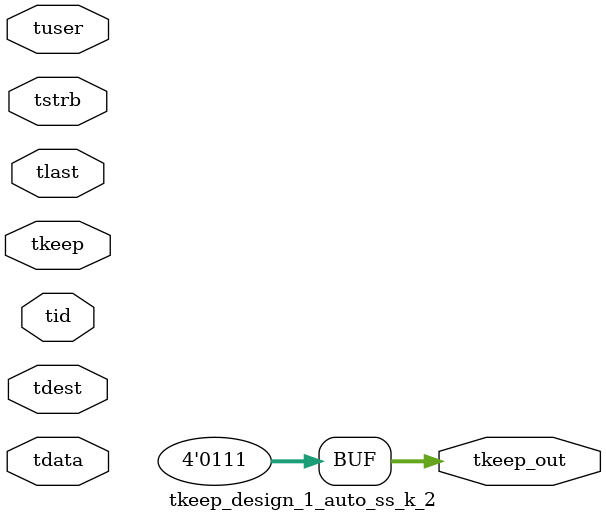
<source format=v>


`timescale 1ps/1ps

module tkeep_design_1_auto_ss_k_2 #
(
parameter C_S_AXIS_TDATA_WIDTH = 32,
parameter C_S_AXIS_TUSER_WIDTH = 0,
parameter C_S_AXIS_TID_WIDTH   = 0,
parameter C_S_AXIS_TDEST_WIDTH = 0,
parameter C_M_AXIS_TDATA_WIDTH = 32
)
(
input  [(C_S_AXIS_TDATA_WIDTH == 0 ? 1 : C_S_AXIS_TDATA_WIDTH)-1:0     ] tdata,
input  [(C_S_AXIS_TUSER_WIDTH == 0 ? 1 : C_S_AXIS_TUSER_WIDTH)-1:0     ] tuser,
input  [(C_S_AXIS_TID_WIDTH   == 0 ? 1 : C_S_AXIS_TID_WIDTH)-1:0       ] tid,
input  [(C_S_AXIS_TDEST_WIDTH == 0 ? 1 : C_S_AXIS_TDEST_WIDTH)-1:0     ] tdest,
input  [(C_S_AXIS_TDATA_WIDTH/8)-1:0 ] tkeep,
input  [(C_S_AXIS_TDATA_WIDTH/8)-1:0 ] tstrb,
input                                                                    tlast,
output [(C_M_AXIS_TDATA_WIDTH/8)-1:0 ] tkeep_out
);

assign tkeep_out = {3'b111};

endmodule


</source>
